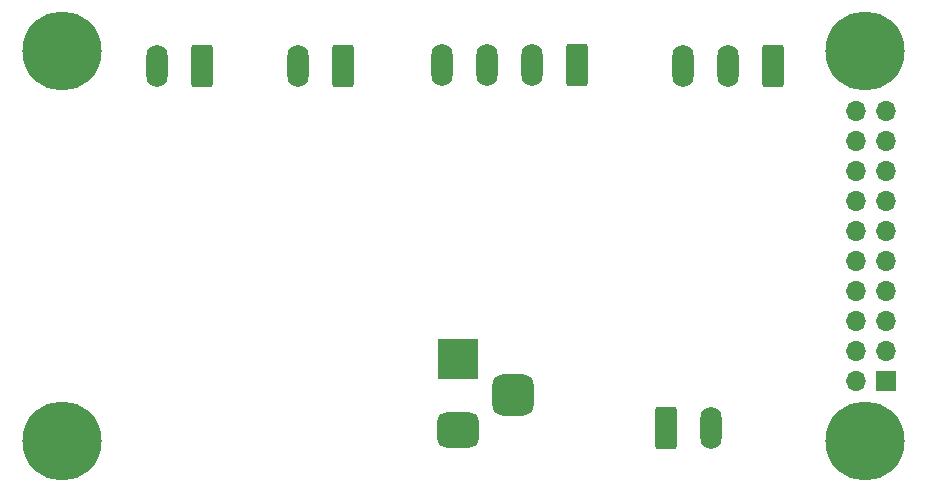
<source format=gbr>
%TF.GenerationSoftware,KiCad,Pcbnew,8.0.5*%
%TF.CreationDate,2024-11-24T08:54:10-05:00*%
%TF.ProjectId,wesp_card_access,77657370-5f63-4617-9264-5f6163636573,rev?*%
%TF.SameCoordinates,Original*%
%TF.FileFunction,Soldermask,Bot*%
%TF.FilePolarity,Negative*%
%FSLAX46Y46*%
G04 Gerber Fmt 4.6, Leading zero omitted, Abs format (unit mm)*
G04 Created by KiCad (PCBNEW 8.0.5) date 2024-11-24 08:54:10*
%MOMM*%
%LPD*%
G01*
G04 APERTURE LIST*
G04 Aperture macros list*
%AMRoundRect*
0 Rectangle with rounded corners*
0 $1 Rounding radius*
0 $2 $3 $4 $5 $6 $7 $8 $9 X,Y pos of 4 corners*
0 Add a 4 corners polygon primitive as box body*
4,1,4,$2,$3,$4,$5,$6,$7,$8,$9,$2,$3,0*
0 Add four circle primitives for the rounded corners*
1,1,$1+$1,$2,$3*
1,1,$1+$1,$4,$5*
1,1,$1+$1,$6,$7*
1,1,$1+$1,$8,$9*
0 Add four rect primitives between the rounded corners*
20,1,$1+$1,$2,$3,$4,$5,0*
20,1,$1+$1,$4,$5,$6,$7,0*
20,1,$1+$1,$6,$7,$8,$9,0*
20,1,$1+$1,$8,$9,$2,$3,0*%
G04 Aperture macros list end*
%ADD10RoundRect,0.250000X-0.650000X-1.550000X0.650000X-1.550000X0.650000X1.550000X-0.650000X1.550000X0*%
%ADD11O,1.800000X3.600000*%
%ADD12R,3.500000X3.500000*%
%ADD13RoundRect,0.750000X1.000000X-0.750000X1.000000X0.750000X-1.000000X0.750000X-1.000000X-0.750000X0*%
%ADD14RoundRect,0.875000X0.875000X-0.875000X0.875000X0.875000X-0.875000X0.875000X-0.875000X-0.875000X0*%
%ADD15R,1.700000X1.700000*%
%ADD16O,1.700000X1.700000*%
%ADD17C,6.700000*%
%ADD18RoundRect,0.250000X0.650000X1.550000X-0.650000X1.550000X-0.650000X-1.550000X0.650000X-1.550000X0*%
G04 APERTURE END LIST*
D10*
%TO.C,J2*%
X156150000Y-114817500D03*
D11*
X159960000Y-114817500D03*
%TD*%
D12*
%TO.C,J6*%
X138542500Y-109000000D03*
D13*
X138542500Y-115000000D03*
D14*
X143242500Y-112000000D03*
%TD*%
D15*
%TO.C,U1*%
X174770000Y-110817500D03*
D16*
X172230000Y-110817500D03*
X174770000Y-108277500D03*
X172230000Y-108277500D03*
X174770000Y-105737500D03*
X172230000Y-105737500D03*
X174770000Y-103197500D03*
X172230000Y-103197500D03*
X174770000Y-100657500D03*
X172230000Y-100657500D03*
X174770000Y-98117500D03*
X172230000Y-98117500D03*
X174770000Y-95577500D03*
X172230000Y-95577500D03*
X174770000Y-93037500D03*
X172230000Y-93037500D03*
X174770000Y-90497500D03*
X172230000Y-90497500D03*
X174770000Y-87957500D03*
X172230000Y-87957500D03*
D17*
X105000000Y-82887500D03*
X105000000Y-115887500D03*
X173000000Y-82887500D03*
X173000000Y-115887500D03*
%TD*%
D18*
%TO.C,J5*%
X116850000Y-84182500D03*
D11*
X113040000Y-84182500D03*
%TD*%
D18*
%TO.C,J3*%
X165255000Y-84182500D03*
D11*
X161445000Y-84182500D03*
X157635000Y-84182500D03*
%TD*%
D18*
%TO.C,J4*%
X128850000Y-84182500D03*
D11*
X125040000Y-84182500D03*
%TD*%
D18*
%TO.C,J1*%
X148660000Y-84115000D03*
D11*
X144850000Y-84115000D03*
X141040000Y-84115000D03*
X137230000Y-84115000D03*
%TD*%
M02*

</source>
